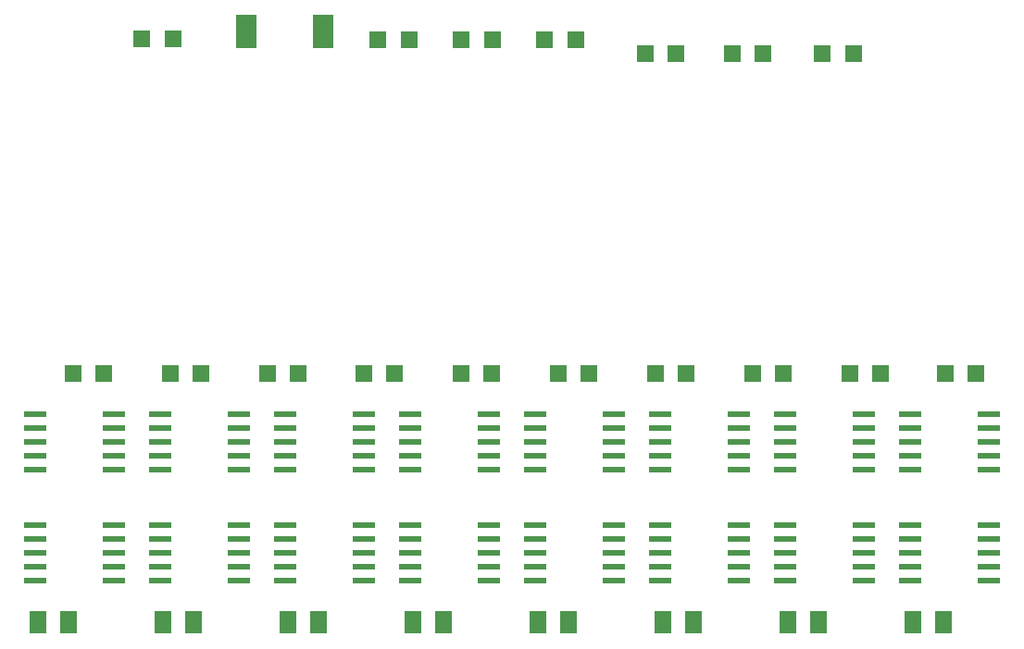
<source format=gbr>
%FSLAX34Y34*%
%MOMM*%
%LNSMDMASK_TOP*%
G71*
G01*
%ADD10R,2.000X0.600*%
%ADD11R,1.600X1.600*%
%ADD12R,1.600X2.000*%
%ADD13R,1.980X3.020*%
%LPD*%
X250594Y221456D02*
G54D10*
D03*
X250594Y234156D02*
G54D10*
D03*
X250594Y246856D02*
G54D10*
D03*
X250594Y259556D02*
G54D10*
D03*
X250594Y272256D02*
G54D10*
D03*
X250594Y323056D02*
G54D10*
D03*
X250594Y335756D02*
G54D10*
D03*
X250594Y348456D02*
G54D10*
D03*
X250594Y361156D02*
G54D10*
D03*
X250594Y373856D02*
G54D10*
D03*
X178594Y373856D02*
G54D10*
D03*
X178594Y361156D02*
G54D10*
D03*
X178594Y348456D02*
G54D10*
D03*
X178594Y335756D02*
G54D10*
D03*
X178594Y323056D02*
G54D10*
D03*
X178594Y272256D02*
G54D10*
D03*
X178594Y259556D02*
G54D10*
D03*
X178594Y246856D02*
G54D10*
D03*
X178594Y234156D02*
G54D10*
D03*
X178594Y221456D02*
G54D10*
D03*
X364894Y221456D02*
G54D10*
D03*
X364894Y234156D02*
G54D10*
D03*
X364894Y246856D02*
G54D10*
D03*
X364894Y259556D02*
G54D10*
D03*
X364894Y272256D02*
G54D10*
D03*
X364894Y323056D02*
G54D10*
D03*
X364894Y335756D02*
G54D10*
D03*
X364894Y348456D02*
G54D10*
D03*
X364894Y361156D02*
G54D10*
D03*
X364894Y373856D02*
G54D10*
D03*
X292894Y373856D02*
G54D10*
D03*
X292894Y361156D02*
G54D10*
D03*
X292894Y348456D02*
G54D10*
D03*
X292894Y335756D02*
G54D10*
D03*
X292894Y323056D02*
G54D10*
D03*
X292894Y272256D02*
G54D10*
D03*
X292894Y259556D02*
G54D10*
D03*
X292894Y246856D02*
G54D10*
D03*
X292894Y234156D02*
G54D10*
D03*
X292894Y221456D02*
G54D10*
D03*
X479194Y221456D02*
G54D10*
D03*
X479194Y234156D02*
G54D10*
D03*
X479194Y246856D02*
G54D10*
D03*
X479194Y259556D02*
G54D10*
D03*
X479194Y272256D02*
G54D10*
D03*
X479194Y323056D02*
G54D10*
D03*
X479194Y335756D02*
G54D10*
D03*
X479194Y348456D02*
G54D10*
D03*
X479194Y361156D02*
G54D10*
D03*
X479194Y373856D02*
G54D10*
D03*
X407194Y373856D02*
G54D10*
D03*
X407194Y361156D02*
G54D10*
D03*
X407194Y348456D02*
G54D10*
D03*
X407194Y335756D02*
G54D10*
D03*
X407194Y323056D02*
G54D10*
D03*
X407194Y272256D02*
G54D10*
D03*
X407194Y259556D02*
G54D10*
D03*
X407194Y246856D02*
G54D10*
D03*
X407194Y234156D02*
G54D10*
D03*
X407194Y221456D02*
G54D10*
D03*
X593494Y221456D02*
G54D10*
D03*
X593494Y234156D02*
G54D10*
D03*
X593494Y246856D02*
G54D10*
D03*
X593494Y259556D02*
G54D10*
D03*
X593494Y272256D02*
G54D10*
D03*
X593494Y323056D02*
G54D10*
D03*
X593494Y335756D02*
G54D10*
D03*
X593494Y348456D02*
G54D10*
D03*
X593494Y361156D02*
G54D10*
D03*
X593494Y373856D02*
G54D10*
D03*
X521494Y373856D02*
G54D10*
D03*
X521494Y361156D02*
G54D10*
D03*
X521494Y348456D02*
G54D10*
D03*
X521494Y335756D02*
G54D10*
D03*
X521494Y323056D02*
G54D10*
D03*
X521494Y272256D02*
G54D10*
D03*
X521494Y259556D02*
G54D10*
D03*
X521494Y246856D02*
G54D10*
D03*
X521494Y234156D02*
G54D10*
D03*
X521494Y221456D02*
G54D10*
D03*
X707794Y221456D02*
G54D10*
D03*
X707794Y234156D02*
G54D10*
D03*
X707794Y246856D02*
G54D10*
D03*
X707794Y259556D02*
G54D10*
D03*
X707794Y272256D02*
G54D10*
D03*
X707794Y323056D02*
G54D10*
D03*
X707794Y335756D02*
G54D10*
D03*
X707794Y348456D02*
G54D10*
D03*
X707794Y361156D02*
G54D10*
D03*
X707794Y373856D02*
G54D10*
D03*
X635794Y373856D02*
G54D10*
D03*
X635794Y361156D02*
G54D10*
D03*
X635794Y348456D02*
G54D10*
D03*
X635794Y335756D02*
G54D10*
D03*
X635794Y323056D02*
G54D10*
D03*
X635794Y272256D02*
G54D10*
D03*
X635794Y259556D02*
G54D10*
D03*
X635794Y246856D02*
G54D10*
D03*
X635794Y234156D02*
G54D10*
D03*
X635794Y221456D02*
G54D10*
D03*
X822094Y221456D02*
G54D10*
D03*
X822094Y234156D02*
G54D10*
D03*
X822094Y246856D02*
G54D10*
D03*
X822094Y259556D02*
G54D10*
D03*
X822094Y272256D02*
G54D10*
D03*
X822094Y323056D02*
G54D10*
D03*
X822094Y335756D02*
G54D10*
D03*
X822094Y348456D02*
G54D10*
D03*
X822094Y361156D02*
G54D10*
D03*
X822094Y373856D02*
G54D10*
D03*
X750094Y373856D02*
G54D10*
D03*
X750094Y361156D02*
G54D10*
D03*
X750094Y348456D02*
G54D10*
D03*
X750094Y335756D02*
G54D10*
D03*
X750094Y323056D02*
G54D10*
D03*
X750094Y272256D02*
G54D10*
D03*
X750094Y259556D02*
G54D10*
D03*
X750094Y246856D02*
G54D10*
D03*
X750094Y234156D02*
G54D10*
D03*
X750094Y221456D02*
G54D10*
D03*
X936394Y221456D02*
G54D10*
D03*
X936394Y234156D02*
G54D10*
D03*
X936394Y246856D02*
G54D10*
D03*
X936394Y259556D02*
G54D10*
D03*
X936394Y272256D02*
G54D10*
D03*
X936394Y323056D02*
G54D10*
D03*
X936394Y335756D02*
G54D10*
D03*
X936394Y348456D02*
G54D10*
D03*
X936394Y361156D02*
G54D10*
D03*
X936394Y373856D02*
G54D10*
D03*
X864394Y373856D02*
G54D10*
D03*
X864394Y361156D02*
G54D10*
D03*
X864394Y348456D02*
G54D10*
D03*
X864394Y335756D02*
G54D10*
D03*
X864394Y323056D02*
G54D10*
D03*
X864394Y272256D02*
G54D10*
D03*
X864394Y259556D02*
G54D10*
D03*
X864394Y246856D02*
G54D10*
D03*
X864394Y234156D02*
G54D10*
D03*
X864394Y221456D02*
G54D10*
D03*
X1050694Y221456D02*
G54D10*
D03*
X1050694Y234156D02*
G54D10*
D03*
X1050694Y246856D02*
G54D10*
D03*
X1050694Y259556D02*
G54D10*
D03*
X1050694Y272256D02*
G54D10*
D03*
X1050694Y323056D02*
G54D10*
D03*
X1050694Y335756D02*
G54D10*
D03*
X1050694Y348456D02*
G54D10*
D03*
X1050694Y361156D02*
G54D10*
D03*
X1050694Y373856D02*
G54D10*
D03*
X978694Y373856D02*
G54D10*
D03*
X978694Y361156D02*
G54D10*
D03*
X978694Y348456D02*
G54D10*
D03*
X978694Y335756D02*
G54D10*
D03*
X978694Y323056D02*
G54D10*
D03*
X978694Y272256D02*
G54D10*
D03*
X978694Y259556D02*
G54D10*
D03*
X978694Y246856D02*
G54D10*
D03*
X978694Y234156D02*
G54D10*
D03*
X978694Y221456D02*
G54D10*
D03*
X276225Y717550D02*
G54D11*
D03*
X304225Y717550D02*
G54D11*
D03*
X492125Y716756D02*
G54D11*
D03*
X520125Y716756D02*
G54D11*
D03*
X568325Y716756D02*
G54D11*
D03*
X596325Y716756D02*
G54D11*
D03*
X644525Y716756D02*
G54D11*
D03*
X672525Y716756D02*
G54D11*
D03*
X736600Y704056D02*
G54D11*
D03*
X764600Y704056D02*
G54D11*
D03*
X815975Y704056D02*
G54D11*
D03*
X843975Y704056D02*
G54D11*
D03*
X898525Y704056D02*
G54D11*
D03*
X926525Y704056D02*
G54D11*
D03*
X213519Y410369D02*
G54D11*
D03*
X241519Y410369D02*
G54D11*
D03*
X302419Y410369D02*
G54D11*
D03*
X330419Y410369D02*
G54D11*
D03*
X391319Y410369D02*
G54D11*
D03*
X419319Y410369D02*
G54D11*
D03*
X567531Y410369D02*
G54D11*
D03*
X595531Y410369D02*
G54D11*
D03*
X656431Y410369D02*
G54D11*
D03*
X684431Y410369D02*
G54D11*
D03*
X745331Y410369D02*
G54D11*
D03*
X773331Y410369D02*
G54D11*
D03*
X834231Y410369D02*
G54D11*
D03*
X862231Y410369D02*
G54D11*
D03*
X923131Y410369D02*
G54D11*
D03*
X951131Y410369D02*
G54D11*
D03*
X1010444Y410369D02*
G54D11*
D03*
X1038444Y410369D02*
G54D11*
D03*
X478631Y410369D02*
G54D11*
D03*
X506631Y410369D02*
G54D11*
D03*
X180975Y182562D02*
G54D12*
D03*
X208975Y182562D02*
G54D12*
D03*
X295275Y182562D02*
G54D12*
D03*
X323275Y182562D02*
G54D12*
D03*
X409575Y182562D02*
G54D12*
D03*
X437575Y182562D02*
G54D12*
D03*
X523875Y182562D02*
G54D12*
D03*
X551875Y182562D02*
G54D12*
D03*
X638175Y182562D02*
G54D12*
D03*
X666175Y182562D02*
G54D12*
D03*
X752475Y182562D02*
G54D12*
D03*
X780475Y182562D02*
G54D12*
D03*
X866775Y182562D02*
G54D12*
D03*
X894775Y182562D02*
G54D12*
D03*
X981075Y182562D02*
G54D12*
D03*
X1009075Y182562D02*
G54D12*
D03*
X371475Y723900D02*
G54D13*
D03*
X441575Y723900D02*
G54D13*
D03*
M02*

</source>
